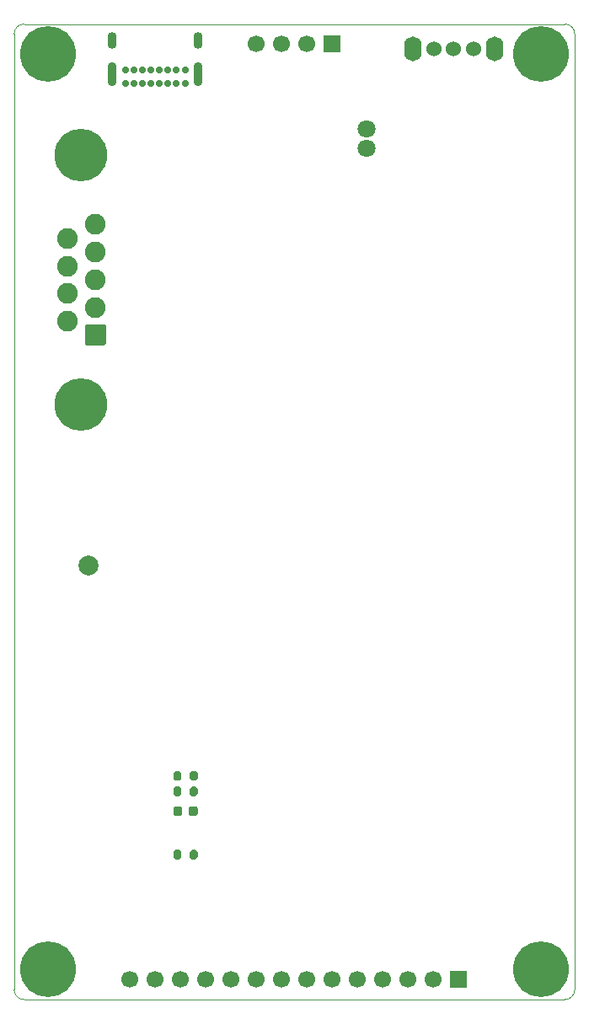
<source format=gbs>
%TF.GenerationSoftware,KiCad,Pcbnew,5.1.10-88a1d61d58~88~ubuntu20.04.1*%
%TF.CreationDate,2021-06-24T14:50:30-05:00*%
%TF.ProjectId,MiOrigin,4d694f72-6967-4696-9e2e-6b696361645f,rev?*%
%TF.SameCoordinates,Original*%
%TF.FileFunction,Soldermask,Bot*%
%TF.FilePolarity,Negative*%
%FSLAX46Y46*%
G04 Gerber Fmt 4.6, Leading zero omitted, Abs format (unit mm)*
G04 Created by KiCad (PCBNEW 5.1.10-88a1d61d58~88~ubuntu20.04.1) date 2021-06-24 14:50:30*
%MOMM*%
%LPD*%
G01*
G04 APERTURE LIST*
%TA.AperFunction,Profile*%
%ADD10C,0.010000*%
%TD*%
%ADD11C,1.700000*%
%ADD12R,1.700000X1.700000*%
%ADD13C,2.000000*%
%ADD14C,5.600000*%
%ADD15C,3.600000*%
%ADD16C,1.800860*%
%ADD17C,5.283200*%
%ADD18C,2.082800*%
%ADD19O,0.900000X1.700000*%
%ADD20O,0.900000X2.400000*%
%ADD21C,0.700000*%
%ADD22O,1.750000X2.500000*%
%ADD23C,1.524000*%
G04 APERTURE END LIST*
D10*
X125580000Y-143500000D02*
G75*
G02*
X124580000Y-142500000I0J1000000D01*
G01*
X180920000Y-142500000D02*
G75*
G02*
X179920000Y-143500000I-1000000J0D01*
G01*
X179920000Y-45500000D02*
G75*
G02*
X180920000Y-46500000I0J-1000000D01*
G01*
X124580000Y-46500000D02*
G75*
G02*
X125580000Y-45500000I1000000J0D01*
G01*
X124580000Y-142500000D02*
X124580000Y-46500000D01*
X180920000Y-142500000D02*
X180920000Y-46500000D01*
X179920000Y-143500000D02*
X125580000Y-143500000D01*
X125580000Y-45500000D02*
X179920000Y-45500000D01*
X125580000Y-143500000D02*
G75*
G02*
X124580000Y-142500000I0J1000000D01*
G01*
X180920000Y-142500000D02*
G75*
G02*
X179920000Y-143500000I-1000000J0D01*
G01*
X179920000Y-45500000D02*
G75*
G02*
X180920000Y-46500000I0J-1000000D01*
G01*
X124580000Y-46500000D02*
G75*
G02*
X125580000Y-45500000I1000000J0D01*
G01*
X124580000Y-142500000D02*
X124580000Y-46500000D01*
X180920000Y-142500000D02*
X180920000Y-46500000D01*
X179920000Y-143500000D02*
X125580000Y-143500000D01*
X125580000Y-45500000D02*
X179920000Y-45500000D01*
D11*
%TO.C,U4*%
X136240000Y-141500000D03*
X138780000Y-141500000D03*
X141320000Y-141490000D03*
X143860000Y-141490000D03*
X146400000Y-141490000D03*
X148940000Y-141490000D03*
X151480000Y-141490000D03*
X154020000Y-141490000D03*
X156560000Y-141490000D03*
X159100000Y-141490000D03*
X161640000Y-141490000D03*
X164180000Y-141490000D03*
X166720000Y-141490000D03*
D12*
X169260000Y-141490000D03*
X156560000Y-47500000D03*
D11*
X148940000Y-47500000D03*
X151480000Y-47500000D03*
X154020000Y-47500000D03*
%TD*%
D13*
%TO.C,TP4*%
X132050000Y-99900000D03*
%TD*%
%TO.C,R6*%
G36*
G01*
X141385600Y-122317200D02*
X141385600Y-122867200D01*
G75*
G02*
X141185600Y-123067200I-200000J0D01*
G01*
X140785600Y-123067200D01*
G75*
G02*
X140585600Y-122867200I0J200000D01*
G01*
X140585600Y-122317200D01*
G75*
G02*
X140785600Y-122117200I200000J0D01*
G01*
X141185600Y-122117200D01*
G75*
G02*
X141385600Y-122317200I0J-200000D01*
G01*
G37*
G36*
G01*
X143035600Y-122317200D02*
X143035600Y-122867200D01*
G75*
G02*
X142835600Y-123067200I-200000J0D01*
G01*
X142435600Y-123067200D01*
G75*
G02*
X142235600Y-122867200I0J200000D01*
G01*
X142235600Y-122317200D01*
G75*
G02*
X142435600Y-122117200I200000J0D01*
G01*
X142835600Y-122117200D01*
G75*
G02*
X143035600Y-122317200I0J-200000D01*
G01*
G37*
%TD*%
%TO.C,R4*%
G36*
G01*
X141385600Y-120767800D02*
X141385600Y-121317800D01*
G75*
G02*
X141185600Y-121517800I-200000J0D01*
G01*
X140785600Y-121517800D01*
G75*
G02*
X140585600Y-121317800I0J200000D01*
G01*
X140585600Y-120767800D01*
G75*
G02*
X140785600Y-120567800I200000J0D01*
G01*
X141185600Y-120567800D01*
G75*
G02*
X141385600Y-120767800I0J-200000D01*
G01*
G37*
G36*
G01*
X143035600Y-120767800D02*
X143035600Y-121317800D01*
G75*
G02*
X142835600Y-121517800I-200000J0D01*
G01*
X142435600Y-121517800D01*
G75*
G02*
X142235600Y-121317800I0J200000D01*
G01*
X142235600Y-120767800D01*
G75*
G02*
X142435600Y-120567800I200000J0D01*
G01*
X142835600Y-120567800D01*
G75*
G02*
X143035600Y-120767800I0J-200000D01*
G01*
G37*
%TD*%
%TO.C,C6*%
G36*
G01*
X141485400Y-124323400D02*
X141485400Y-124823400D01*
G75*
G02*
X141260400Y-125048400I-225000J0D01*
G01*
X140810400Y-125048400D01*
G75*
G02*
X140585400Y-124823400I0J225000D01*
G01*
X140585400Y-124323400D01*
G75*
G02*
X140810400Y-124098400I225000J0D01*
G01*
X141260400Y-124098400D01*
G75*
G02*
X141485400Y-124323400I0J-225000D01*
G01*
G37*
G36*
G01*
X143035400Y-124323400D02*
X143035400Y-124823400D01*
G75*
G02*
X142810400Y-125048400I-225000J0D01*
G01*
X142360400Y-125048400D01*
G75*
G02*
X142135400Y-124823400I0J225000D01*
G01*
X142135400Y-124323400D01*
G75*
G02*
X142360400Y-124098400I225000J0D01*
G01*
X142810400Y-124098400D01*
G75*
G02*
X143035400Y-124323400I0J-225000D01*
G01*
G37*
%TD*%
D14*
%TO.C,H4*%
X177500000Y-140480000D03*
D15*
X177500000Y-140480000D03*
%TD*%
D14*
%TO.C,H3*%
X177500000Y-48520000D03*
D15*
X177500000Y-48520000D03*
%TD*%
D14*
%TO.C,H2*%
X128000000Y-140480000D03*
D15*
X128000000Y-140480000D03*
%TD*%
D14*
%TO.C,H1*%
X128000000Y-48520000D03*
D15*
X128000000Y-48520000D03*
%TD*%
%TO.C,R5*%
G36*
G01*
X142235600Y-129217200D02*
X142235600Y-128667200D01*
G75*
G02*
X142435600Y-128467200I200000J0D01*
G01*
X142835600Y-128467200D01*
G75*
G02*
X143035600Y-128667200I0J-200000D01*
G01*
X143035600Y-129217200D01*
G75*
G02*
X142835600Y-129417200I-200000J0D01*
G01*
X142435600Y-129417200D01*
G75*
G02*
X142235600Y-129217200I0J200000D01*
G01*
G37*
G36*
G01*
X140585600Y-129217200D02*
X140585600Y-128667200D01*
G75*
G02*
X140785600Y-128467200I200000J0D01*
G01*
X141185600Y-128467200D01*
G75*
G02*
X141385600Y-128667200I0J-200000D01*
G01*
X141385600Y-129217200D01*
G75*
G02*
X141185600Y-129417200I-200000J0D01*
G01*
X140785600Y-129417200D01*
G75*
G02*
X140585600Y-129217200I0J200000D01*
G01*
G37*
%TD*%
D16*
%TO.C,J4*%
X160000000Y-56001780D03*
X160000000Y-57998220D03*
%TD*%
D17*
%TO.C,J5*%
X131330140Y-58686000D03*
X131330140Y-83684680D03*
D18*
X129910280Y-75333160D03*
X129910280Y-72564560D03*
X129910280Y-69806120D03*
X129910280Y-67037520D03*
G36*
G01*
X133689800Y-77766480D02*
X131810200Y-77766480D01*
G75*
G02*
X131708600Y-77664880I0J101600D01*
G01*
X131708600Y-75785280D01*
G75*
G02*
X131810200Y-75683680I101600J0D01*
G01*
X133689800Y-75683680D01*
G75*
G02*
X133791400Y-75785280I0J-101600D01*
G01*
X133791400Y-77664880D01*
G75*
G02*
X133689800Y-77766480I-101600J0D01*
G01*
G37*
X132750000Y-73953940D03*
X132750000Y-71185340D03*
X132750000Y-68416740D03*
X132750000Y-65645600D03*
%TD*%
D19*
%TO.C,J2*%
X134450000Y-47140000D03*
X143100000Y-47140000D03*
D20*
X134450000Y-50520000D03*
X143100000Y-50520000D03*
D21*
X138350000Y-50150000D03*
X135800000Y-50150000D03*
X136650000Y-50150000D03*
X137500000Y-50150000D03*
X141750000Y-50150000D03*
X140050000Y-50150000D03*
X139200000Y-50150000D03*
X140900000Y-50150000D03*
X135800000Y-51500000D03*
X136650000Y-51500000D03*
X137500000Y-51500000D03*
X138350000Y-51500000D03*
X139200000Y-51500000D03*
X140050000Y-51500000D03*
X140900000Y-51500000D03*
X141750000Y-51500000D03*
%TD*%
D22*
%TO.C,S1*%
X172850000Y-48000000D03*
X164650000Y-48000000D03*
D23*
X168750000Y-48000000D03*
X170750000Y-48000000D03*
X166750000Y-48000000D03*
%TD*%
M02*

</source>
